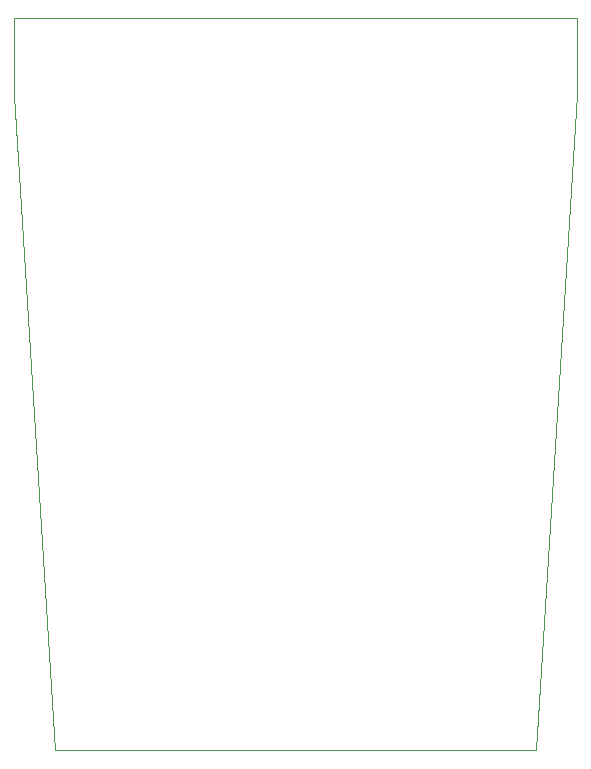
<source format=gbr>
G04 #@! TF.GenerationSoftware,KiCad,Pcbnew,(5.1.6)-1*
G04 #@! TF.CreationDate,2021-03-08T10:10:15+01:00*
G04 #@! TF.ProjectId,P_sensor v10.0,505f7365-6e73-46f7-9220-7631302e302e,rev?*
G04 #@! TF.SameCoordinates,Original*
G04 #@! TF.FileFunction,Profile,NP*
%FSLAX46Y46*%
G04 Gerber Fmt 4.6, Leading zero omitted, Abs format (unit mm)*
G04 Created by KiCad (PCBNEW (5.1.6)-1) date 2021-03-08 10:10:15*
%MOMM*%
%LPD*%
G01*
G04 APERTURE LIST*
G04 #@! TA.AperFunction,Profile*
%ADD10C,0.050000*%
G04 #@! TD*
G04 APERTURE END LIST*
D10*
X148501100Y-43003600D02*
X196101100Y-43003600D01*
X151901100Y-105003600D02*
X192701100Y-105003600D01*
X151901100Y-105003600D02*
X148501100Y-49503600D01*
X148501100Y-49503600D02*
X148501100Y-43003600D01*
X196101100Y-43003600D02*
X196101100Y-49503600D01*
X196101100Y-49503600D02*
X192701100Y-105003600D01*
M02*

</source>
